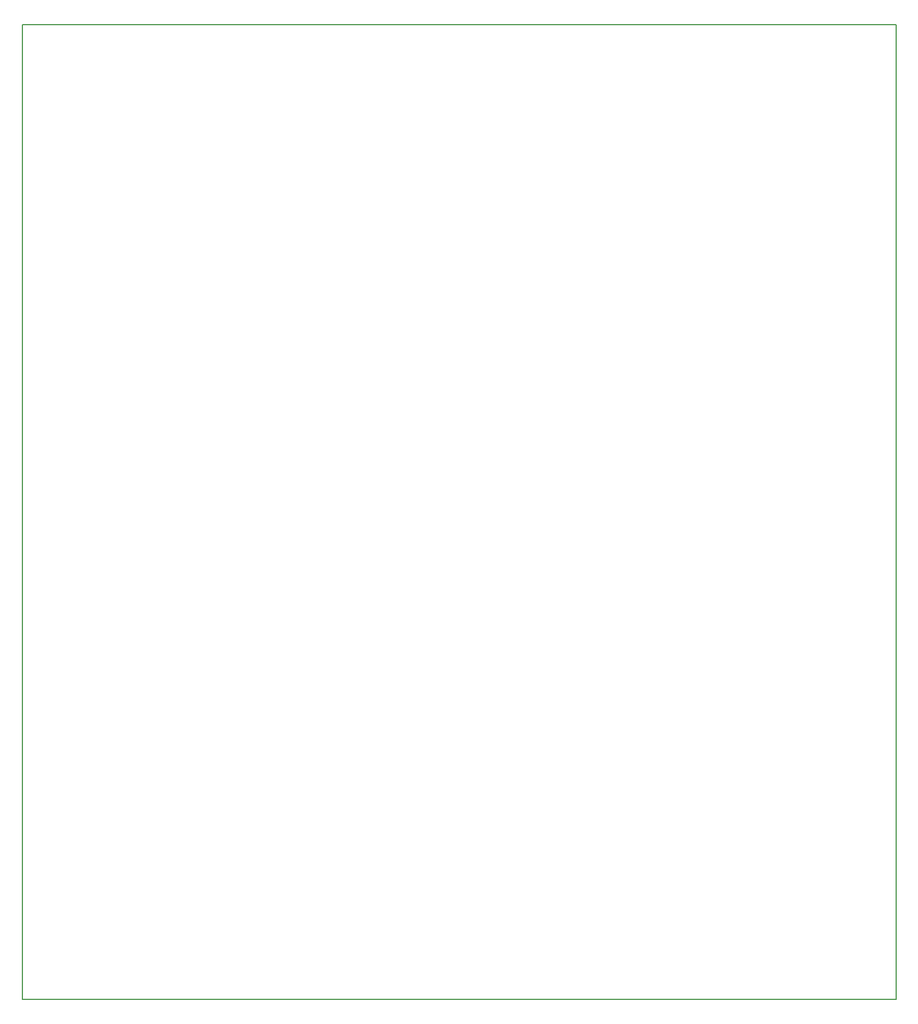
<source format=gbr>
*
%LPD*%
%LNEdge Cuts*%
%FSLAX25Y25*%
%MOIN*%
%AD*%
%AD*%
%ADD10C,0.005*%
G54D10*
%SRX1Y1I0.0J0.0*%
G1X0Y0D2*
G1X520000Y0D1*
G1X520000Y580000D1*
G1X0Y0D2*
G1X0Y580000D1*
G1X520000Y580000D1*
M2*

</source>
